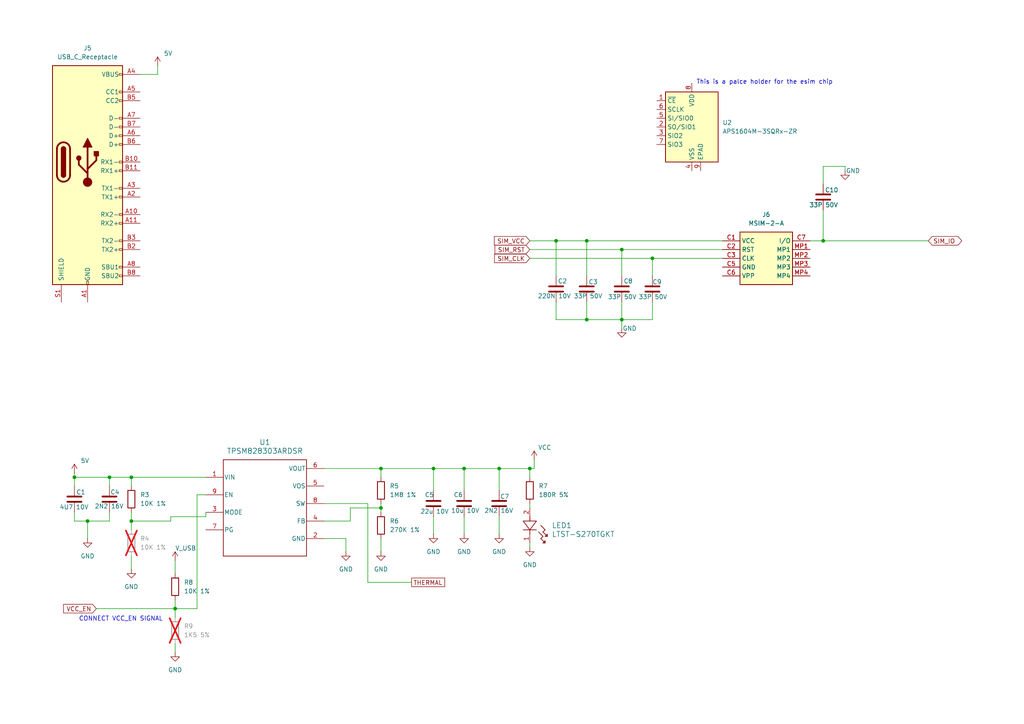
<source format=kicad_sch>
(kicad_sch (version 20250114) (generator "eeschema") (generator_version "9.0")
  (paper "A4")
  (lib_symbols
    (symbol "CAP CER X7R 0402 2N2 10% 16V_1" (pin_numbers (hide yes))
      (property "Reference" "C" (at 0 0 0))
      (property "Value" "2N2 16V" (at 0 0 0))
      (symbol "CAP CER X7R 0402 2N2 10% 16V_1_0_1"
        (polyline (pts (xy -2.032 0.762) (xy 2.032 0.762)) (stroke (width 0.508)))
        (polyline (pts (xy -2.032 -0.762) (xy 2.032 -0.762)) (stroke (width 0.508)))
      )
      (symbol "CAP CER X7R 0402 2N2 10% 16V_1_1_1"
        (pin passive line (at 0 3.81 270) (length 2.794) (name "~") (number "1"))
        (pin passive line (at 0 -3.81 90) (length 2.794) (name "~") (number "2"))
      )
    )
    (symbol "CAP CER X7R 0402 2N2 10% 16V_2" (pin_numbers (hide yes))
      (property "Reference" "C" (at 0 0 0))
      (property "Value" "2N2 16V" (at 0 0 0))
      (symbol "CAP CER X7R 0402 2N2 10% 16V_2_0_1"
        (polyline (pts (xy -2.032 0.762) (xy 2.032 0.762)) (stroke (width 0.508)))
        (polyline (pts (xy -2.032 -0.762) (xy 2.032 -0.762)) (stroke (width 0.508)))
      )
      (symbol "CAP CER X7R 0402 2N2 10% 16V_2_1_1"
        (pin passive line (at 0 3.81 270) (length 2.794) (name "~") (number "1"))
        (pin passive line (at 0 -3.81 90) (length 2.794) (name "~") (number "2"))
      )
    )
    (symbol "Capacitors_with_manufacturer_PartNumber:CAP CER  0201 33P 5% 50V" (pin_numbers (hide yes)) (pin_names (offset 0.254))
      (property "Reference" "C15" (at 3.81 1.2701 0))
      (property "Value" "33P 50V" (at 3.81 -1.2699 0))
      (symbol "CAP CER  0201 33P 5% 50V_0_1"
        (polyline (pts (xy -2.032 0.762) (xy 2.032 0.762)) (stroke (width 0.508)))
        (polyline (pts (xy -2.032 -0.762) (xy 2.032 -0.762)) (stroke (width 0.508)))
      )
      (symbol "CAP CER  0201 33P 5% 50V_1_1"
        (pin passive line (at 0 3.81 270) (length 2.794) (name "~") (number "1"))
        (pin passive line (at 0 -3.81 90) (length 2.794) (name "~") (number "2"))
      )
    )
    (symbol "Capacitors_with_manufacturer_PartNumber:CAP CER 0201 220N 20% 10V" (pin_numbers (hide yes)) (pin_names (offset 0.254))
      (property "Reference" "C15" (at 3.81 1.2701 0))
      (property "Value" "220N 10V" (at 3.81 -1.2699 0))
      (symbol "CAP CER 0201 220N 20% 10V_0_1"
        (polyline (pts (xy -2.032 0.762) (xy 2.032 0.762)) (stroke (width 0.508)))
        (polyline (pts (xy -2.032 -0.762) (xy 2.032 -0.762)) (stroke (width 0.508)))
      )
      (symbol "CAP CER 0201 220N 20% 10V_1_1"
        (pin passive line (at 0 3.81 270) (length 2.794) (name "~") (number "1"))
        (pin passive line (at 0 -3.81 90) (length 2.794) (name "~") (number "2"))
      )
    )
    (symbol "Capacitors_with_manufacturer_PartNumber:CAP CER X5R 0402 10U 20% 10V" (pin_numbers (hide yes)) (pin_names (offset 0.254))
      (property "Reference" "C15" (at 3.81 1.2701 0))
      (property "Value" "10u 10V" (at 3.81 -1.2699 0))
      (symbol "CAP CER X5R 0402 10U 20% 10V_0_1"
        (polyline (pts (xy -2.032 0.762) (xy 2.032 0.762)) (stroke (width 0.508)))
        (polyline (pts (xy -2.032 -0.762) (xy 2.032 -0.762)) (stroke (width 0.508)))
      )
      (symbol "CAP CER X5R 0402 10U 20% 10V_1_1"
        (pin passive line (at 0 3.81 270) (length 2.794) (name "~") (number "1"))
        (pin passive line (at 0 -3.81 90) (length 2.794) (name "~") (number "2"))
      )
    )
    (symbol "Capacitors_with_manufacturer_PartNumber:CAP CER X5R 0402 4U7 20% 10V" (pin_numbers (hide yes)) (pin_names (offset 0.254))
      (property "Reference" "C15" (at 3.81 1.2701 0))
      (property "Value" "4U7 10V" (at 3.81 -1.2699 0))
      (symbol "CAP CER X5R 0402 4U7 20% 10V_0_1"
        (polyline (pts (xy -2.032 0.762) (xy 2.032 0.762)) (stroke (width 0.508)))
        (polyline (pts (xy -2.032 -0.762) (xy 2.032 -0.762)) (stroke (width 0.508)))
      )
      (symbol "CAP CER X5R 0402 4U7 20% 10V_1_1"
        (pin passive line (at 0 3.81 270) (length 2.794) (name "~") (number "1"))
        (pin passive line (at 0 -3.81 90) (length 2.794) (name "~") (number "2"))
      )
    )
    (symbol "Capacitors_with_manufacturer_PartNumber:CAP CER X5R 0603 22U 20% 10V" (pin_numbers (hide yes)) (pin_names (offset 0.254))
      (property "Reference" "C2" (at 0.254 2.032 0))
      (property "Value" "22u 10V" (at -3.048 -2.032 0))
      (symbol "CAP CER X5R 0603 22U 20% 10V_0_1"
        (polyline (pts (xy -2.032 0.762) (xy 2.032 0.762)) (stroke (width 0.508)))
        (polyline (pts (xy -2.032 -0.762) (xy 2.032 -0.762)) (stroke (width 0.508)))
      )
      (symbol "CAP CER X5R 0603 22U 20% 10V_1_1"
        (pin passive line (at 0 3.81 270) (length 2.794) (name "~") (number "1"))
        (pin passive line (at 0 -3.81 90) (length 2.794) (name "~") (number "2"))
      )
    )
    (symbol "Connector:USB_C_Receptacle" (pin_names (offset 1.016))
      (property "Reference" "J" (at -10.16 29.21 0))
      (property "Value" "USB_C_Receptacle" (at 10.16 29.21 0))
      (symbol "USB_C_Receptacle_0_0"
        (rectangle (start -0.254 -35.56) (end 0.254 -34.544))
        (rectangle (start 10.16 25.654) (end 9.144 25.146))
        (rectangle (start 10.16 20.574) (end 9.144 20.066))
        (rectangle (start 10.16 18.034) (end 9.144 17.526))
        (rectangle (start 10.16 12.954) (end 9.144 12.446))
        (rectangle (start 10.16 10.414) (end 9.144 9.906))
        (rectangle (start 10.16 7.874) (end 9.144 7.366))
        (rectangle (start 10.16 5.334) (end 9.144 4.826))
        (rectangle (start 10.16 0.254) (end 9.144 -0.254))
        (rectangle (start 10.16 -2.286) (end 9.144 -2.794))
        (rectangle (start 10.16 -7.366) (end 9.144 -7.874))
        (rectangle (start 10.16 -9.906) (end 9.144 -10.414))
        (rectangle (start 10.16 -14.986) (end 9.144 -15.494))
        (rectangle (start 10.16 -17.526) (end 9.144 -18.034))
        (rectangle (start 10.16 -22.606) (end 9.144 -23.114))
        (rectangle (start 10.16 -25.146) (end 9.144 -25.654))
        (rectangle (start 10.16 -30.226) (end 9.144 -30.734))
        (rectangle (start 10.16 -32.766) (end 9.144 -33.274))
      )
      (symbol "USB_C_Receptacle_0_1"
        (rectangle (start -10.16 27.94) (end 10.16 -35.56) (stroke (width 0.254)) (fill (type background)))
        (polyline (pts (xy -8.89 -3.81) (xy -8.89 3.81)) (stroke (width 0.508)))
        (rectangle (start -7.62 -3.81) (end -6.35 3.81) (stroke (width 0.254)) (fill (type outline)))
        (arc (start -7.62 3.81) (mid -6.985 4.4423) (end -6.35 3.81) (stroke (width 0.254)))
        (arc (start -7.62 3.81) (mid -6.985 4.4423) (end -6.35 3.81) (stroke (width 0.254)) (fill (type outline)))
        (arc (start -8.89 3.81) (mid -6.985 5.7067) (end -5.08 3.81) (stroke (width 0.508)))
        (arc (start -5.08 -3.81) (mid -6.985 -5.7067) (end -8.89 -3.81) (stroke (width 0.508)))
        (arc (start -6.35 -3.81) (mid -6.985 -4.4423) (end -7.62 -3.81) (stroke (width 0.254)))
        (arc (start -6.35 -3.81) (mid -6.985 -4.4423) (end -7.62 -3.81) (stroke (width 0.254)) (fill (type outline)))
        (polyline (pts (xy -5.08 3.81) (xy -5.08 -3.81)) (stroke (width 0.508)))
      )
      (symbol "USB_C_Receptacle_1_1"
        (circle (center -2.54 1.143) (radius 0.635) (stroke (width 0.254)) (fill (type outline)))
        (polyline (pts (xy -1.27 4.318) (xy 0 6.858) (xy 1.27 4.318) (xy -1.27 4.318)) (stroke (width 0.254)) (fill (type outline)))
        (polyline (pts (xy 0 -2.032) (xy 2.54 0.508) (xy 2.54 1.778)) (stroke (width 0.508)))
        (polyline (pts (xy 0 -3.302) (xy -2.54 -0.762) (xy -2.54 0.508)) (stroke (width 0.508)))
        (polyline (pts (xy 0 -5.842) (xy 0 4.318)) (stroke (width 0.508)))
        (circle (center 0 -5.842) (radius 1.27) (fill (type outline)))
        (rectangle (start 1.905 1.778) (end 3.175 3.048) (stroke (width 0.254)) (fill (type outline)))
        (pin passive line (at -7.62 -40.64 90) (length 5.08) (name "SHIELD") (number "S1"))
        (pin passive line (at 0 -40.64 90) (length 5.08) (name "GND") (number "A1"))
        (pin passive line (at 0 -40.64 90) (length 5.08) (hide yes) (name "GND") (number "A12"))
        (pin passive line (at 0 -40.64 90) (length 5.08) (hide yes) (name "GND") (number "B1"))
        (pin passive line (at 0 -40.64 90) (length 5.08) (hide yes) (name "GND") (number "B12"))
        (pin passive line (at 15.24 25.4 180) (length 5.08) (name "VBUS") (number "A4"))
        (pin passive line (at 15.24 25.4 180) (length 5.08) (hide yes) (name "VBUS") (number "A9"))
        (pin passive line (at 15.24 25.4 180) (length 5.08) (hide yes) (name "VBUS") (number "B4"))
        (pin passive line (at 15.24 25.4 180) (length 5.08) (hide yes) (name "VBUS") (number "B9"))
        (pin bidirectional line (at 15.24 20.32 180) (length 5.08) (name "CC1") (number "A5"))
        (pin bidirectional line (at 15.24 17.78 180) (length 5.08) (name "CC2") (number "B5"))
        (pin bidirectional line (at 15.24 12.7 180) (length 5.08) (name "D-") (number "A7"))
        (pin bidirectional line (at 15.24 10.16 180) (length 5.08) (name "D-") (number "B7"))
        (pin bidirectional line (at 15.24 7.62 180) (length 5.08) (name "D+") (number "A6"))
        (pin bidirectional line (at 15.24 5.08 180) (length 5.08) (name "D+") (number "B6"))
        (pin bidirectional line (at 15.24 0 180) (length 5.08) (name "RX1-") (number "B10"))
        (pin bidirectional line (at 15.24 -2.54 180) (length 5.08) (name "RX1+") (number "B11"))
        (pin bidirectional line (at 15.24 -7.62 180) (length 5.08) (name "TX1-") (number "A3"))
        (pin bidirectional line (at 15.24 -10.16 180) (length 5.08) (name "TX1+") (number "A2"))
        (pin bidirectional line (at 15.24 -15.24 180) (length 5.08) (name "RX2-") (number "A10"))
        (pin bidirectional line (at 15.24 -17.78 180) (length 5.08) (name "RX2+") (number "A11"))
        (pin bidirectional line (at 15.24 -22.86 180) (length 5.08) (name "TX2-") (number "B3"))
        (pin bidirectional line (at 15.24 -25.4 180) (length 5.08) (name "TX2+") (number "B2"))
        (pin bidirectional line (at 15.24 -30.48 180) (length 5.08) (name "SBU1") (number "A8"))
        (pin bidirectional line (at 15.24 -33.02 180) (length 5.08) (name "SBU2") (number "B8"))
      )
    )
    (symbol "Memory_RAM:APS1604M-3SQRx-ZR"
      (property "Reference" "U" (at -6.35 11.43 0))
      (property "Value" "APS1604M-3SQRx-ZR" (at 11.684 11.43 0))
      (symbol "APS1604M-3SQRx-ZR_0_1"
        (rectangle (start -7.62 10.16) (end 7.62 -10.16) (stroke (width 0.254)) (fill (type background)))
      )
      (symbol "APS1604M-3SQRx-ZR_1_1"
        (pin input line (at -10.16 7.62 0) (length 2.54) (name "~{CE}") (number "1"))
        (pin input line (at -10.16 5.08 0) (length 2.54) (name "SCLK") (number "6"))
        (pin bidirectional line (at -10.16 2.54 0) (length 2.54) (name "SI/SIO0") (number "5"))
        (pin bidirectional line (at -10.16 0 0) (length 2.54) (name "SO/SIO1") (number "2"))
        (pin bidirectional line (at -10.16 -2.54 0) (length 2.54) (name "SIO2") (number "3"))
        (pin bidirectional line (at -10.16 -5.08 0) (length 2.54) (name "SIO3") (number "7"))
        (pin power_in line (at 0 12.7 270) (length 2.54) (name "VDD") (number "8"))
        (pin power_in line (at 0 -12.7 90) (length 2.54) (name "VSS") (number "4"))
        (pin passive line (at 2.54 -12.7 90) (length 2.54) (name "EPAD") (number "9"))
      )
    )
    (symbol "PSU_redesign:LTST-S270TGKT" (pin_names (offset 0.254))
      (property "Reference" "LED" (at 5.08 -4.445 0))
      (property "Value" "LTST-S270TGKT" (at 5.08 -7.62 0))
      (symbol "LTST-S270TGKT_1_1"
        (polyline (pts (xy 2.54 0) (xy 3.4798 0)) (stroke (width 0.2032)))
        (polyline (pts (xy 3.175 0) (xy 3.81 0)) (stroke (width 0.2032)))
        (polyline (pts (xy 3.81 1.905) (xy 3.81 -1.905)) (stroke (width 0.2032)))
        (polyline (pts (xy 3.81 -1.905) (xy 6.35 0)) (stroke (width 0.2032)))
        (polyline (pts (xy 5.08 3.175) (xy 6.35 4.445)) (stroke (width 0.2032)))
        (polyline (pts (xy 6.35 4.445) (xy 6.985 3.81)) (stroke (width 0.2032)))
        (polyline (pts (xy 6.35 0) (xy 3.81 1.905)) (stroke (width 0.2032)))
        (polyline (pts (xy 6.35 0) (xy 7.62 0)) (stroke (width 0.2032)))
        (polyline (pts (xy 6.35 -1.905) (xy 6.35 1.905)) (stroke (width 0.2032)))
        (polyline (pts (xy 6.985 3.81) (xy 8.255 5.08)) (stroke (width 0.2032)))
        (polyline (pts (xy 6.985 2.54) (xy 8.255 3.81)) (stroke (width 0.2032)))
        (polyline (pts (xy 7.62 5.08) (xy 8.255 4.445)) (stroke (width 0.2032)))
        (polyline (pts (xy 8.255 5.08) (xy 7.62 5.08)) (stroke (width 0.2032)))
        (polyline (pts (xy 8.255 4.445) (xy 8.255 5.08)) (stroke (width 0.2032)))
        (polyline (pts (xy 8.255 3.81) (xy 8.89 3.175)) (stroke (width 0.2032)))
        (polyline (pts (xy 8.89 3.175) (xy 10.16 4.445)) (stroke (width 0.2032)))
        (polyline (pts (xy 9.525 4.445) (xy 10.16 3.81)) (stroke (width 0.2032)))
        (polyline (pts (xy 10.16 4.445) (xy 9.525 4.445)) (stroke (width 0.2032)))
        (polyline (pts (xy 10.16 3.81) (xy 10.16 4.445)) (stroke (width 0.2032)))
        (pin unspecified line (at 0 0 0) (length 2.54) (name "") (number "2"))
        (pin unspecified line (at 10.16 0 180) (length 2.54) (name "") (number "1"))
      )
      (symbol "LTST-S270TGKT_1_2"
        (polyline (pts (xy -5.08 8.255) (xy -5.08 7.62)) (stroke (width 0.2032)))
        (polyline (pts (xy -5.08 7.62) (xy -4.445 8.255)) (stroke (width 0.2032)))
        (polyline (pts (xy -4.445 10.16) (xy -4.445 9.525)) (stroke (width 0.2032)))
        (polyline (pts (xy -4.445 9.525) (xy -3.81 10.16)) (stroke (width 0.2032)))
        (polyline (pts (xy -4.445 8.255) (xy -5.08 8.255)) (stroke (width 0.2032)))
        (polyline (pts (xy -4.445 6.35) (xy -3.81 6.985)) (stroke (width 0.2032)))
        (polyline (pts (xy -3.81 10.16) (xy -4.445 10.16)) (stroke (width 0.2032)))
        (polyline (pts (xy -3.81 8.255) (xy -3.175 8.89)) (stroke (width 0.2032)))
        (polyline (pts (xy -3.81 6.985) (xy -5.08 8.255)) (stroke (width 0.2032)))
        (polyline (pts (xy -3.175 8.89) (xy -4.445 10.16)) (stroke (width 0.2032)))
        (polyline (pts (xy -3.175 5.08) (xy -4.445 6.35)) (stroke (width 0.2032)))
        (polyline (pts (xy -2.54 6.985) (xy -3.81 8.255)) (stroke (width 0.2032)))
        (polyline (pts (xy -1.905 3.81) (xy 1.905 3.81)) (stroke (width 0.2032)))
        (polyline (pts (xy 0 6.35) (xy -1.905 3.81)) (stroke (width 0.2032)))
        (polyline (pts (xy 0 6.35) (xy 0 7.62)) (stroke (width 0.2032)))
        (polyline (pts (xy 0 3.175) (xy 0 3.81)) (stroke (width 0.2032)))
        (polyline (pts (xy 0 2.54) (xy 0 3.4798)) (stroke (width 0.2032)))
        (polyline (pts (xy 1.905 6.35) (xy -1.905 6.35)) (stroke (width 0.2032)))
        (polyline (pts (xy 1.905 3.81) (xy 0 6.35)) (stroke (width 0.2032)))
        (pin unspecified line (at 0 10.16 270) (length 2.54) (name "") (number "1"))
        (pin unspecified line (at 0 0 90) (length 2.54) (name "") (number "2"))
      )
    )
    (symbol "PSU_redesign:MSIM-2-A"
      (property "Reference" "J" (at 21.59 7.62 0))
      (property "Value" "MSIM-2-A" (at 21.59 5.08 0))
      (symbol "MSIM-2-A_1_1"
        (rectangle (start 5.08 2.54) (end 20.32 -12.7) (stroke (width 0.254)) (fill (type background)))
        (pin passive line (at 0 0 0) (length 5.08) (name "VCC") (number "C1"))
        (pin passive line (at 0 -2.54 0) (length 5.08) (name "RST") (number "C2"))
        (pin passive line (at 0 -5.08 0) (length 5.08) (name "CLK") (number "C3"))
        (pin passive line (at 0 -7.62 0) (length 5.08) (name "GND") (number "C5"))
        (pin passive line (at 0 -10.16 0) (length 5.08) (name "VPP") (number "C6"))
        (pin passive line (at 25.4 0 180) (length 5.08) (name "I/O") (number "C7"))
        (pin passive line (at 25.4 -2.54 180) (length 5.08) (name "MP1") (number "MP1"))
        (pin passive line (at 25.4 -5.08 180) (length 5.08) (name "MP2") (number "MP2"))
        (pin passive line (at 25.4 -7.62 180) (length 5.08) (name "MP3") (number "MP3"))
        (pin passive line (at 25.4 -10.16 180) (length 5.08) (name "MP4") (number "MP4"))
      )
    )
    (symbol "PSU_redesign:TPSM828303ARDSR" (pin_names (offset 0.254))
      (property "Reference" "U" (at 16.256 6.096 0))
      (property "Value" "TPSM828303ARDSR" (at 17.018 -21.336 0))
      (symbol "TPSM828303ARDSR_0_1"
        (polyline (pts (xy 5.08 5.08) (xy 5.08 -22.86)) (stroke (width 0.2032)))
        (polyline (pts (xy 5.08 -22.86) (xy 29.21 -22.86)) (stroke (width 0.2032)))
        (polyline (pts (xy 29.21 5.08) (xy 5.08 5.08)) (stroke (width 0.2032)))
        (polyline (pts (xy 29.21 -22.86) (xy 29.21 5.08)) (stroke (width 0.2032)))
        (pin power_in line (at 0 0 0) (length 5.08) (name "VIN") (number "1"))
        (pin input line (at 0 -5.08 0) (length 5.08) (name "EN") (number "9"))
        (pin unspecified line (at 0 -10.16 0) (length 5.08) (name "MODE") (number "3"))
        (pin open_collector line (at 0 -15.24 0) (length 5.08) (name "PG") (number "7"))
        (pin power_in line (at 34.29 2.54 180) (length 5.08) (name "VOUT") (number "6"))
        (pin unspecified line (at 34.29 -2.54 180) (length 5.08) (name "VOS") (number "5"))
        (pin unspecified line (at 34.29 -7.62 180) (length 5.08) (name "SW") (number "8"))
        (pin unspecified line (at 34.29 -12.7 180) (length 5.08) (name "FB") (number "4"))
        (pin power_in line (at 34.29 -17.78 180) (length 5.08) (name "GND") (number "2"))
      )
    )
    (symbol "Resistors_with_manufacturer_PartNumber:10K_0402_1%" (pin_numbers (hide yes)) (pin_names (offset 0))
      (property "Reference" "R103" (at 0 0.254 90))
      (property "Value" "10K 1%" (at -2.286 0.254 90))
      (symbol "10K_0402_1%_0_1"
        (rectangle (start -1.016 -2.54) (end 1.016 2.54) (stroke (width 0.254)))
      )
      (symbol "10K_0402_1%_1_1"
        (pin passive line (at 0 3.81 270) (length 1.27) (name "~") (number "1"))
        (pin passive line (at 0 -3.81 90) (length 1.27) (name "~") (number "2"))
      )
    )
    (symbol "Resistors_with_manufacturer_PartNumber:180R_0402_5%" (pin_numbers (hide yes)) (pin_names (offset 0))
      (property "Reference" "R109" (at 0 0.254 90))
      (property "Value" "180R 5%" (at -2.286 0.254 90))
      (symbol "180R_0402_5%_0_1"
        (rectangle (start -1.016 -2.54) (end 1.016 2.54) (stroke (width 0.254)))
      )
      (symbol "180R_0402_5%_1_1"
        (pin passive line (at 0 3.81 270) (length 1.27) (name "~") (number "1"))
        (pin passive line (at 0 -3.81 90) (length 1.27) (name "~") (number "2"))
      )
    )
    (symbol "Resistors_with_manufacturer_PartNumber:1K5_0402_5%" (pin_numbers (hide yes)) (pin_names (offset 0))
      (property "Reference" "R109" (at 0 0.254 90))
      (property "Value" "1K5 5%" (at -2.286 0.254 90))
      (symbol "1K5_0402_5%_0_1"
        (rectangle (start -1.016 -2.54) (end 1.016 2.54) (stroke (width 0.254)))
      )
      (symbol "1K5_0402_5%_1_1"
        (pin passive line (at 0 3.81 270) (length 1.27) (name "~") (number "1"))
        (pin passive line (at 0 -3.81 90) (length 1.27) (name "~") (number "2"))
      )
    )
    (symbol "Resistors_with_manufacturer_PartNumber:1M8_0402_1%" (pin_numbers (hide yes)) (pin_names (offset 0))
      (property "Reference" "R109" (at 0 0.254 90))
      (property "Value" "1M8 1%" (at -2.286 0.254 90))
      (symbol "1M8_0402_1%_0_1"
        (rectangle (start -1.016 -2.54) (end 1.016 2.54) (stroke (width 0.254)))
      )
      (symbol "1M8_0402_1%_1_1"
        (pin passive line (at 0 3.81 270) (length 1.27) (name "~") (number "1"))
        (pin passive line (at 0 -3.81 90) (length 1.27) (name "~") (number "2"))
      )
    )
    (symbol "Resistors_with_manufacturer_PartNumber:270K_0402_1%" (pin_numbers (hide yes)) (pin_names (offset 0))
      (property "Reference" "R109" (at 0 0.254 90))
      (property "Value" "270K 1%" (at -2.286 0.254 90))
      (symbol "270K_0402_1%_0_1"
        (rectangle (start -1.016 -2.54) (end 1.016 2.54) (stroke (width 0.254)))
      )
      (symbol "270K_0402_1%_1_1"
        (pin passive line (at 0 3.81 270) (length 1.27) (name "~") (number "1"))
        (pin passive line (at 0 -3.81 90) (length 1.27) (name "~") (number "2"))
      )
    )
    (symbol "power:GND" (power) (pin_numbers (hide yes)) (pin_names (offset 0) (hide yes))
      (property "Value" "GND" (at 0 -3.81 0))
      (symbol "GND_0_1"
        (polyline (pts (xy 0 0) (xy 0 -1.27) (xy 1.27 -1.27) (xy 0 -2.54) (xy -1.27 -1.27) (xy 0 -1.27)))
      )
      (symbol "GND_1_1"
        (pin power_in line (at 0 0 270) (length 0) (name "~") (number "1"))
      )
    )
    (symbol "power:VCC" (power) (pin_numbers (hide yes)) (pin_names (offset 0) (hide yes))
      (property "Value" "VCC" (at 0 3.556 0))
      (symbol "VCC_0_1"
        (polyline (pts (xy -0.762 1.27) (xy 0 2.54)))
        (polyline (pts (xy 0 2.54) (xy 0.762 1.27)))
        (polyline (pts (xy 0 0) (xy 0 2.54)))
      )
      (symbol "VCC_1_1"
        (pin power_in line (at 0 0 90) (length 0) (name "~") (number "1"))
      )
    )
  )
  (text "CONNECT VCC_EN SIGNAL" (at 35.052 179.578 0) (effects (font (size 1.27 1.27))))
  (text "This is a palce holder for the esim chip " (at 222.25 23.876 0) (effects (font (size 1.27 1.27))))
  (junction (at 134.62 135.89))
  (junction (at 161.29 69.85))
  (junction (at 153.67 135.89))
  (junction (at 25.4 151.13))
  (junction (at 125.73 135.89))
  (junction (at 170.18 92.71))
  (junction (at 38.1 151.13))
  (junction (at 110.49 135.89))
  (junction (at 238.76 69.85))
  (junction (at 110.49 147.32))
  (junction (at 170.18 69.85))
  (junction (at 38.1 138.43))
  (junction (at 50.8 176.53))
  (junction (at 21.59 138.43))
  (junction (at 180.34 92.71))
  (junction (at 144.78 135.89))
  (junction (at 31.75 138.43))
  (junction (at 189.23 74.93))
  (junction (at 180.34 72.39))
  (wire (pts (xy 110.49 135.89) (xy 125.73 135.89)))
  (wire (pts (xy 38.1 138.43) (xy 59.69 138.43)))
  (wire (pts (xy 31.75 138.43) (xy 38.1 138.43)))
  (wire (pts (xy 144.78 135.89) (xy 144.78 142.24)))
  (wire (pts (xy 110.49 147.32) (xy 110.49 148.59)))
  (wire (pts (xy 234.95 69.85) (xy 238.76 69.85)))
  (wire (pts (xy 189.23 74.93) (xy 189.23 80.01)))
  (wire (pts (xy 180.34 92.71) (xy 180.34 95.25)))
  (wire (pts (xy 106.68 168.91) (xy 119.38 168.91)))
  (wire (pts (xy 189.23 74.93) (xy 209.55 74.93)))
  (wire (pts (xy 38.1 138.43) (xy 38.1 140.97)))
  (wire (pts (xy 21.59 148.59) (xy 21.59 151.13)))
  (wire (pts (xy 180.34 72.39) (xy 180.34 80.01)))
  (wire (pts (xy 110.49 156.21) (xy 110.49 160.02)))
  (wire (pts (xy 154.94 133.35) (xy 154.94 135.89)))
  (wire (pts (xy 21.59 137.16) (xy 21.59 138.43)))
  (wire (pts (xy 93.98 156.21) (xy 100.33 156.21)))
  (wire (pts (xy 50.8 173.99) (xy 50.8 176.53)))
  (wire (pts (xy 238.76 48.26) (xy 245.11 48.26)))
  (wire (pts (xy 170.18 69.85) (xy 209.55 69.85)))
  (wire (pts (xy 57.15 176.53) (xy 57.15 143.51)))
  (wire (pts (xy 125.73 149.86) (xy 125.73 154.94)))
  (wire (pts (xy 134.62 149.86) (xy 134.62 154.94)))
  (wire (pts (xy 153.67 72.39) (xy 180.34 72.39)))
  (wire (pts (xy 189.23 87.63) (xy 189.23 92.71)))
  (wire (pts (xy 25.4 151.13) (xy 31.75 151.13)))
  (wire (pts (xy 153.67 135.89) (xy 153.67 138.43)))
  (wire (pts (xy 153.67 146.05) (xy 153.67 147.32)))
  (wire (pts (xy 161.29 69.85) (xy 170.18 69.85)))
  (wire (pts (xy 21.59 151.13) (xy 25.4 151.13)))
  (wire (pts (xy 170.18 92.71) (xy 161.29 92.71)))
  (wire (pts (xy 189.23 92.71) (xy 180.34 92.71)))
  (wire (pts (xy 106.68 146.05) (xy 106.68 168.91)))
  (wire (pts (xy 180.34 72.39) (xy 209.55 72.39)))
  (wire (pts (xy 25.4 151.13) (xy 25.4 156.21)))
  (wire (pts (xy 144.78 135.89) (xy 153.67 135.89)))
  (wire (pts (xy 21.59 138.43) (xy 31.75 138.43)))
  (wire (pts (xy 110.49 135.89) (xy 110.49 138.43)))
  (wire (pts (xy 50.8 186.69) (xy 50.8 189.23)))
  (wire (pts (xy 153.67 135.89) (xy 154.94 135.89)))
  (wire (pts (xy 31.75 138.43) (xy 31.75 140.97)))
  (wire (pts (xy 50.8 176.53) (xy 50.8 179.07)))
  (wire (pts (xy 21.59 138.43) (xy 21.59 140.97)))
  (wire (pts (xy 45.72 21.59) (xy 40.64 21.59)))
  (wire (pts (xy 238.76 60.96) (xy 238.76 69.85)))
  (wire (pts (xy 238.76 69.85) (xy 269.24 69.85)))
  (wire (pts (xy 238.76 53.34) (xy 238.76 48.26)))
  (wire (pts (xy 134.62 135.89) (xy 144.78 135.89)))
  (wire (pts (xy 161.29 92.71) (xy 161.29 87.63)))
  (wire (pts (xy 125.73 135.89) (xy 125.73 142.24)))
  (wire (pts (xy 93.98 151.13) (xy 101.6 151.13)))
  (wire (pts (xy 144.78 149.86) (xy 144.78 154.94)))
  (wire (pts (xy 45.72 21.59) (xy 45.72 19.05)))
  (wire (pts (xy 59.69 149.86) (xy 49.53 149.86)))
  (wire (pts (xy 49.53 149.86) (xy 49.53 151.13)))
  (wire (pts (xy 50.8 162.56) (xy 50.8 166.37)))
  (wire (pts (xy 180.34 87.63) (xy 180.34 92.71)))
  (wire (pts (xy 110.49 146.05) (xy 110.49 147.32)))
  (wire (pts (xy 38.1 151.13) (xy 49.53 151.13)))
  (wire (pts (xy 101.6 147.32) (xy 110.49 147.32)))
  (wire (pts (xy 59.69 149.86) (xy 59.69 148.59)))
  (wire (pts (xy 38.1 151.13) (xy 38.1 153.67)))
  (wire (pts (xy 93.98 135.89) (xy 110.49 135.89)))
  (wire (pts (xy 170.18 87.63) (xy 170.18 92.71)))
  (wire (pts (xy 50.8 176.53) (xy 57.15 176.53)))
  (wire (pts (xy 245.11 48.26) (xy 245.11 49.53)))
  (wire (pts (xy 153.67 69.85) (xy 161.29 69.85)))
  (wire (pts (xy 93.98 146.05) (xy 106.68 146.05)))
  (wire (pts (xy 180.34 92.71) (xy 170.18 92.71)))
  (wire (pts (xy 170.18 69.85) (xy 170.18 80.01)))
  (wire (pts (xy 57.15 143.51) (xy 59.69 143.51)))
  (wire (pts (xy 153.67 157.48) (xy 153.67 158.75)))
  (wire (pts (xy 31.75 148.59) (xy 31.75 151.13)))
  (wire (pts (xy 38.1 148.59) (xy 38.1 151.13)))
  (wire (pts (xy 161.29 69.85) (xy 161.29 80.01)))
  (wire (pts (xy 27.94 176.53) (xy 50.8 176.53)))
  (wire (pts (xy 38.1 161.29) (xy 38.1 165.1)))
  (wire (pts (xy 134.62 142.24) (xy 134.62 135.89)))
  (wire (pts (xy 153.67 74.93) (xy 189.23 74.93)))
  (wire (pts (xy 125.73 135.89) (xy 134.62 135.89)))
  (wire (pts (xy 101.6 151.13) (xy 101.6 147.32)))
  (wire (pts (xy 100.33 156.21) (xy 100.33 160.02)))
  (global_label "THERMAL" (shape passive) (at 119.38 168.91 0) (property "Intersheetrefs" "${INTERSHEET_REFS}" (effects (hide yes))))
  (global_label "SIM_CLK" (shape input) (at 153.67 74.93 180) (property "Intersheetrefs" "${INTERSHEET_REFS}" (effects (hide yes))))
  (global_label "VCC_EN" (shape input) (at 27.94 176.53 180) (property "Intersheetrefs" "${INTERSHEET_REFS}" (effects (hide yes))))
  (global_label "SIM_RST" (shape input) (at 153.67 72.39 180) (property "Intersheetrefs" "${INTERSHEET_REFS}" (effects (hide yes))))
  (global_label "SIM_IO" (shape bidirectional) (at 269.24 69.85 0) (property "Intersheetrefs" "${INTERSHEET_REFS}" (effects (hide yes))))
  (global_label "SIM_VCC" (shape input) (at 153.67 69.85 180) (property "Intersheetrefs" "${INTERSHEET_REFS}" (effects (hide yes))))
  (symbol (lib_id "Resistors_with_manufacturer_PartNumber:1K5_0402_5%") (at 50.8 182.88 0) (unit 1) (dnp yes)
    (property "Reference" "R9" (at 53.34 181.6099 0) (effects (justify left)))
    (property "Value" "1K5 5%" (at 53.34 184.1499 0) (effects (justify left)))
    (property "Footprint" "Resistor_SMD:R_0402_1005Metric" (effects (hide yes)))
    (property "Description" "RES THICK FILM CHIP 0402 1K5 5% 0.1W ROHS" (effects (hide yes)))
    (property "Manufacturer_Name" "YAGEO" (effects (hide yes)))
    (property "Manufacturer_Part_Number" "AC0402JR-7W1K5L" (effects (hide yes)))
  )
  (symbol (lib_id "PSU_redesign:TPSM828303ARDSR") (at 59.69 138.43 0) (unit 1)
    (property "Reference" "U1" (at 76.835 128.27 0) (effects (font (size 1.524 1.524))))
    (property "Value" "TPSM828303ARDSR" (at 76.835 130.81 0) (effects (font (size 1.524 1.524))))
    (property "Footprint" "RDS0009A-MFG" (effects (hide yes)))
    (property "Datasheet" "https://www.ti.com/lit/gpn/tpsm828303" (effects (hide yes)))
  )
  (symbol (lib_id "power:GND") (at 100.33 160.02 0) (unit 1)
    (property "Reference" "#PWR03" (effects (hide yes)))
    (property "Value" "GND" (at 100.33 165.1 0))
    (property "Description" "Power symbol creates a global label with name \"GND\" , ground" (effects (hide yes)))
  )
  (symbol (lib_id "power:GND") (at 25.4 156.21 0) (unit 1)
    (property "Reference" "#PWR02" (effects (hide yes)))
    (property "Value" "GND" (at 25.4 161.29 0))
    (property "Description" "Power symbol creates a global label with name \"GND\" , ground" (effects (hide yes)))
  )
  (symbol (lib_id "Capacitors_with_manufacturer_PartNumber:CAP CER  0201 33P 5% 50V") (at 189.23 83.82 0) (unit 1)
    (property "Reference" "C9" (at 189.23 81.788 0) (effects (justify left)))
    (property "Value" "33P 50V" (at 185.166 86.106 0) (effects (justify left)))
    (property "Footprint" "Capacitor_SMD:C_0201_0603Metric" (effects (hide yes)))
    (property "Description" "CAP CER COG 0201 33P 5% 50V ROHS" (effects (hide yes)))
    (property "Manufacturer_Name" "Murata" (effects (hide yes)))
    (property "Manufacturer_Part_Number" "GRM0335C1H330JA01" (effects (hide yes)))
  )
  (symbol (lib_id "power:GND") (at 144.78 154.94 0) (unit 1)
    (property "Reference" "#PWR08" (effects (hide yes)))
    (property "Value" "GND" (at 144.78 160.02 0))
    (property "Description" "Power symbol creates a global label with name \"GND\" , ground" (effects (hide yes)))
  )
  (symbol (lib_id "PSU_redesign:LTST-S270TGKT") (at 153.67 147.32 270) (unit 1)
    (property "Reference" "LED1" (at 160.02 152.3999 90) (effects (font (size 1.524 1.524)) (justify left)))
    (property "Value" "LTST-S270TGKT" (at 160.02 154.9399 90) (effects (font (size 1.524 1.524)) (justify left)))
    (property "Footprint" "footprints:LED_LTST-S270TGKT_LTO-L" (effects (hide yes)))
    (property "Datasheet" "LTST-S270TGKT" (effects (hide yes)))
    (property "Description" "LED SMD ULTRA BRIGHT GREEN SIDE VIEW 0604 PACKAGE GREEN 0.02A" (effects (hide yes)))
    (property "Manufacturer_Name" "Lite-on Technology Corporation" (effects (hide yes)))
    (property "Manufacturer_Part_Number" "LTST-S270TGKT" (effects (hide yes)))
  )
  (symbol (lib_id "power:GND") (at 38.1 165.1 0) (unit 1)
    (property "Reference" "#PWR01" (effects (hide yes)))
    (property "Value" "GND" (at 38.1 170.18 0))
    (property "Description" "Power symbol creates a global label with name \"GND\" , ground" (effects (hide yes)))
  )
  (symbol (lib_name "CAP CER X7R 0402 2N2 10% 16V_1") (lib_id "Capacitors_with_manufacturer_PartNumber:CAP CER X7R 0402 2N2 10% 16V") (at 31.75 144.78 0) (unit 1)
    (property "Reference" "C4" (at 32.004 142.748 0) (effects (justify left)))
    (property "Value" "2N2 16V" (at 27.432 146.812 0) (effects (justify left)))
    (property "Footprint" "Capacitor_SMD:C_0402_1005Metric" (effects (hide yes)))
    (property "Description" "CAP CER X7R 0402 2N2 10% 16V ROHS" (effects (hide yes)))
  )
  (symbol (lib_id "Resistors_with_manufacturer_PartNumber:10K_0402_1%") (at 50.8 170.18 0) (unit 1)
    (property "Reference" "R8" (at 53.34 168.9099 0) (effects (justify left)))
    (property "Value" "10K 1%" (at 53.34 171.4499 0) (effects (justify left)))
    (property "Footprint" "Resistor_SMD:R_0402_1005Metric" (effects (hide yes)))
    (property "Description" "RES THICK FILM CHIP 0402 10K 1% 0.063W" (effects (hide yes)))
    (property "Manufacturer_Name" "KOA" (effects (hide yes)))
    (property "Manufacturer_Part_Number" "RK73H1ETTP1002F" (effects (hide yes)))
  )
  (symbol (lib_id "power:VCC") (at 50.8 162.56 0) (unit 1)
    (property "Reference" "#PWR010" (effects (hide yes)))
    (property "Value" "V_USB" (at 53.848 159.004 0))
    (property "Description" "Power symbol creates a global label with name \"VCC\"" (effects (hide yes)))
  )
  (symbol (lib_id "power:GND") (at 125.73 154.94 0) (unit 1)
    (property "Reference" "#PWR06" (effects (hide yes)))
    (property "Value" "GND" (at 125.73 160.02 0))
    (property "Description" "Power symbol creates a global label with name \"GND\" , ground" (effects (hide yes)))
  )
  (symbol (lib_id "power:GND") (at 153.67 158.75 0) (unit 1)
    (property "Reference" "#PWR09" (effects (hide yes)))
    (property "Value" "GND" (at 153.67 163.83 0))
    (property "Description" "Power symbol creates a global label with name \"GND\" , ground" (effects (hide yes)))
  )
  (symbol (lib_name "CAP CER X7R 0402 2N2 10% 16V_2") (lib_id "Capacitors_with_manufacturer_PartNumber:CAP CER X7R 0402 2N2 10% 16V") (at 144.78 146.05 0) (unit 1)
    (property "Reference" "C7" (at 145.034 144.018 0) (effects (justify left)))
    (property "Value" "2N2 16V" (at 140.462 148.082 0) (effects (justify left)))
    (property "Footprint" "Capacitor_SMD:C_0402_1005Metric" (effects (hide yes)))
    (property "Description" "CAP CER X7R 0402 2N2 10% 16V ROHS" (effects (hide yes)))
  )
  (symbol (lib_id "Capacitors_with_manufacturer_PartNumber:CAP CER X5R 0603 22U 20% 10V") (at 125.73 146.05 0) (unit 1)
    (property "Reference" "C5" (at 123.19 143.51 0) (effects (justify left)))
    (property "Value" "22u 10V" (at 121.92 148.336 0) (effects (justify left)))
    (property "Footprint" "Capacitor_SMD:C_0603_1608Metric" (effects (hide yes)))
    (property "Description" "CAP CER X5R 0603 22U 20% 10V ROHS" (effects (hide yes)))
    (property "Manufacturer_Name" "Murata" (effects (hide yes)))
    (property "Manufacturer_Part_Number" "GRM188R61A226ME15D" (effects (hide yes)))
  )
  (symbol (lib_id "Connector:USB_C_Receptacle") (at 25.4 46.99 0) (unit 1)
    (property "Reference" "J5" (at 25.4 13.97 0))
    (property "Value" "USB_C_Receptacle" (at 25.4 16.51 0))
    (property "Footprint" "Connector_USB:USB_C_Receptacle_Amphenol_12401610E4-2A" (effects (hide yes)))
    (property "Datasheet" "https://www.usb.org/sites/default/files/documents/usb_type-c.zip" (effects (hide yes)))
    (property "Description" "USB Full-Featured Type-C Receptacle connector" (effects (hide yes)))
  )
  (symbol (lib_id "power:GND") (at 50.8 189.23 0) (unit 1)
    (property "Reference" "#PWR011" (effects (hide yes)))
    (property "Value" "GND" (at 50.8 194.31 0))
    (property "Description" "Power symbol creates a global label with name \"GND\" , ground" (effects (hide yes)))
  )
  (symbol (lib_id "Resistors_with_manufacturer_PartNumber:270K_0402_1%") (at 110.49 152.4 0) (unit 1)
    (property "Reference" "R6" (at 113.03 151.1299 0) (effects (justify left)))
    (property "Value" "270K 1%" (at 113.03 153.6699 0) (effects (justify left)))
    (property "Footprint" "Resistor_SMD:R_0402_1005Metric" (effects (hide yes)))
    (property "Description" "RES THICK FILM CHIP 0402 270K 1% 0.1W ROHS" (effects (hide yes)))
    (property "Manufacturer_Name" "Vishay" (effects (hide yes)))
    (property "Manufacturer_Part_Number" "CRCW0402270KFKED" (effects (hide yes)))
  )
  (symbol (lib_id "power:VCC") (at 21.59 137.16 0) (unit 1)
    (property "Reference" "#PWR081" (effects (hide yes)))
    (property "Value" "5V" (at 24.638 133.604 0))
    (property "Description" "Power symbol creates a global label with name \"VCC\"" (effects (hide yes)))
  )
  (symbol (lib_id "PSU_redesign:MSIM-2-A") (at 209.55 69.85 0) (unit 1)
    (property "Reference" "J6" (at 222.25 62.23 0))
    (property "Value" "MSIM-2-A" (at 222.25 64.77 0))
    (property "Footprint" "MSIM2A" (effects (hide yes)))
    (property "Datasheet" "https://www.sameskydevices.com/product/resource/msim-2-a.pdf" (effects (hide yes)))
    (property "Description" "Micro SIM Card Connector, 6 Positions, Connector and Ejector, Push In, Auto Eject Out, Surface Mount, 1.37 mm Height Above Board, Gold Flash" (effects (hide yes)))
    (property "Height" "1.57" (effects (hide yes)))
    (property "Mouser Part Number" "179-MSIM-2-A" (effects (hide yes)))
    (property "Mouser Price/Stock" "https://www.mouser.co.uk/ProductDetail/Same-Sky/MSIM-2-A?qs=Z%252BL2brAPG1IPjQYN%252BVVM7w%3D%3D" (effects (hide yes)))
    (property "Manufacturer_Name" "Same Sky" (effects (hide yes)))
    (property "Manufacturer_Part_Number" "MSIM-2-A" (effects (hide yes)))
  )
  (symbol (lib_id "Resistors_with_manufacturer_PartNumber:10K_0402_1%") (at 38.1 157.48 0) (unit 1) (dnp yes)
    (property "Reference" "R4" (at 40.64 156.2099 0) (effects (justify left)))
    (property "Value" "10K 1%" (at 40.64 158.7499 0) (effects (justify left)))
    (property "Footprint" "Resistor_SMD:R_0402_1005Metric" (effects (hide yes)))
    (property "Description" "RES THICK FILM CHIP 0402 10K 1% 0.063W" (effects (hide yes)))
    (property "Manufacturer_Name" "KOA" (effects (hide yes)))
    (property "Manufacturer_Part_Number" "RK73H1ETTP1002F" (effects (hide yes)))
  )
  (symbol (lib_id "Capacitors_with_manufacturer_PartNumber:CAP CER 0201 220N 20% 10V") (at 161.29 83.82 0) (unit 1)
    (property "Reference" "C2" (at 161.798 81.534 0) (effects (justify left)))
    (property "Value" "220N 10V" (at 155.956 85.852 0) (effects (justify left)))
    (property "Footprint" "Capacitor_SMD:C_0201_0603Metric" (effects (hide yes)))
    (property "Description" "CAP CER X5R 0201 220N 20% 10V ROHS" (effects (hide yes)))
    (property "Manufacturer_Name" "Murata" (effects (hide yes)))
    (property "Manufacturer_Part_Number" "GRM033R61A224ME90" (effects (hide yes)))
  )
  (symbol (lib_id "power:GND") (at 134.62 154.94 0) (unit 1)
    (property "Reference" "#PWR07" (effects (hide yes)))
    (property "Value" "GND" (at 134.62 160.02 0))
    (property "Description" "Power symbol creates a global label with name \"GND\" , ground" (effects (hide yes)))
  )
  (symbol (lib_id "Resistors_with_manufacturer_PartNumber:180R_0402_5%") (at 153.67 142.24 0) (unit 1)
    (property "Reference" "R7" (at 156.21 140.9699 0) (effects (justify left)))
    (property "Value" "180R 5%" (at 156.21 143.5099 0) (effects (justify left)))
    (property "Footprint" "Resistor_SMD:R_0402_1005Metric" (effects (hide yes)))
    (property "Description" "RES THICK FILM CHIP 0402 0.063W" (effects (hide yes)))
    (property "Manufacturer_Name" "KOA" (effects (hide yes)))
    (property "Manufacturer_Part_Number" "RK73H1ETTP1800F" (effects (hide yes)))
  )
  (symbol (lib_id "power:GND") (at 245.11 49.53 0) (unit 1)
    (property "Reference" "#PWR013" (effects (hide yes)))
    (property "Value" "GND" (at 247.396 49.53 0))
    (property "Description" "Power symbol creates a global label with name \"GND\" , ground" (effects (hide yes)))
  )
  (symbol (lib_id "power:GND") (at 110.49 160.02 0) (unit 1)
    (property "Reference" "#PWR04" (effects (hide yes)))
    (property "Value" "GND" (at 110.49 165.1 0))
    (property "Description" "Power symbol creates a global label with name \"GND\" , ground" (effects (hide yes)))
  )
  (symbol (lib_id "power:GND") (at 180.34 95.25 0) (unit 1)
    (property "Reference" "#PWR014" (effects (hide yes)))
    (property "Value" "GND" (at 182.626 95.25 0))
    (property "Description" "Power symbol creates a global label with name \"GND\" , ground" (effects (hide yes)))
  )
  (symbol (lib_id "Memory_RAM:APS1604M-3SQRx-ZR") (at 200.66 36.83 0) (unit 1)
    (property "Reference" "U2" (at 209.55 35.5599 0) (effects (justify left)))
    (property "Value" "APS1604M-3SQRx-ZR" (at 209.55 38.0999 0) (effects (justify left)))
    (property "Footprint" "Package_SON:Winbond_USON-8-1EP_3x2mm_P0.5mm_EP0.2x1.6mm" (effects (hide yes)))
    (property "Datasheet" "https://www.mouser.com/datasheet/2/1127/APM_PSRAM_QSPI_APS1604M_3SQR_v2_7_PKG-1954896.pdf" (effects (hide yes)))
    (property "Description" "16 Mbit / 2M x 8-bits serial pseudo SRAM MEMORY, up to 133MHz, 2.7-3.6V supply, USON-8 (XSON-8)" (effects (hide yes)))
  )
  (symbol (lib_id "Capacitors_with_manufacturer_PartNumber:CAP CER  0201 33P 5% 50V") (at 180.34 83.82 0) (unit 1)
    (property "Reference" "C8" (at 180.848 81.534 0) (effects (justify left)))
    (property "Value" "33P 50V" (at 176.276 86.106 0) (effects (justify left)))
    (property "Footprint" "Capacitor_SMD:C_0201_0603Metric" (effects (hide yes)))
    (property "Description" "CAP CER COG 0201 33P 5% 50V ROHS" (effects (hide yes)))
    (property "Manufacturer_Name" "Murata" (effects (hide yes)))
    (property "Manufacturer_Part_Number" "GRM0335C1H330JA01" (effects (hide yes)))
  )
  (symbol (lib_id "power:VCC") (at 45.72 19.05 0) (unit 1)
    (property "Reference" "#PWR012" (effects (hide yes)))
    (property "Value" "5V" (at 48.768 15.494 0))
    (property "Description" "Power symbol creates a global label with name \"VCC\"" (effects (hide yes)))
  )
  (symbol (lib_id "Capacitors_with_manufacturer_PartNumber:CAP CER  0201 33P 5% 50V") (at 238.76 57.15 0) (unit 1)
    (property "Reference" "C10" (at 239.268 55.118 0) (effects (justify left)))
    (property "Value" "33P 50V" (at 234.696 59.436 0) (effects (justify left)))
    (property "Footprint" "Capacitor_SMD:C_0201_0603Metric" (effects (hide yes)))
    (property "Description" "CAP CER COG 0201 33P 5% 50V ROHS" (effects (hide yes)))
    (property "Manufacturer_Name" "Murata" (effects (hide yes)))
    (property "Manufacturer_Part_Number" "GRM0335C1H330JA01" (effects (hide yes)))
  )
  (symbol (lib_id "power:VCC") (at 154.94 133.35 0) (unit 1)
    (property "Reference" "#PWR05" (effects (hide yes)))
    (property "Value" "VCC" (at 157.988 129.794 0))
    (property "Description" "Power symbol creates a global label with name \"VCC\"" (effects (hide yes)))
  )
  (symbol (lib_id "Capacitors_with_manufacturer_PartNumber:CAP CER X5R 0402 4U7 20% 10V") (at 21.59 144.78 0) (unit 1)
    (property "Reference" "C1" (at 22.098 142.748 0) (effects (justify left)))
    (property "Value" "4U7 10V" (at 17.272 147.066 0) (effects (justify left)))
    (property "Footprint" "Capacitor_SMD:C_0402_1005Metric" (effects (hide yes)))
    (property "Description" "CAP CER X5R 0402 4U7 20% 10V -40/+85C GREEN" (effects (hide yes)))
    (property "Manufacturer_Name" "Murata" (effects (hide yes)))
    (property "Manufacturer_Part_Number" "GRM155R61A475MEAA" (effects (hide yes)))
  )
  (symbol (lib_id "Capacitors_with_manufacturer_PartNumber:CAP CER X5R 0402 10U 20% 10V") (at 134.62 146.05 0) (unit 1)
    (property "Reference" "C6" (at 131.572 143.51 0) (effects (justify left)))
    (property "Value" "10u 10V" (at 130.81 148.082 0) (effects (justify left)))
    (property "Footprint" "Capacitor_SMD:C_0402_1005Metric" (effects (hide yes)))
    (property "Description" "CAP CER X5R 0402 10U 20% 10V ROHS" (effects (hide yes)))
    (property "Manufacturer_Name" "Murata" (effects (hide yes)))
    (property "Manufacturer_Part_Number" "GRM155R61A106ME11" (effects (hide yes)))
  )
  (symbol (lib_id "Capacitors_with_manufacturer_PartNumber:CAP CER  0201 33P 5% 50V") (at 170.18 83.82 0) (unit 1)
    (property "Reference" "C3" (at 170.688 81.788 0) (effects (justify left)))
    (property "Value" "33P 50V" (at 166.37 85.852 0) (effects (justify left)))
    (property "Footprint" "Capacitor_SMD:C_0201_0603Metric" (effects (hide yes)))
    (property "Description" "CAP CER COG 0201 33P 5% 50V ROHS" (effects (hide yes)))
    (property "Manufacturer_Name" "Murata" (effects (hide yes)))
    (property "Manufacturer_Part_Number" "GRM0335C1H330JA01" (effects (hide yes)))
  )
  (symbol (lib_id "Resistors_with_manufacturer_PartNumber:10K_0402_1%") (at 38.1 144.78 0) (unit 1)
    (property "Reference" "R3" (at 40.64 143.5099 0) (effects (justify left)))
    (property "Value" "10K 1%" (at 40.64 146.0499 0) (effects (justify left)))
    (property "Footprint" "Resistor_SMD:R_0402_1005Metric" (effects (hide yes)))
    (property "Description" "RES THICK FILM CHIP 0402 10K 1% 0.063W" (effects (hide yes)))
    (property "Manufacturer_Name" "KOA" (effects (hide yes)))
    (property "Manufacturer_Part_Number" "RK73H1ETTP1002F" (effects (hide yes)))
  )
  (symbol (lib_id "Resistors_with_manufacturer_PartNumber:1M8_0402_1%") (at 110.49 142.24 0) (unit 1)
    (property "Reference" "R5" (at 113.03 140.9699 0) (effects (justify left)))
    (property "Value" "1M8 1%" (at 113.03 143.5099 0) (effects (justify left)))
    (property "Footprint" "Resistor_SMD:R_0402_1005Metric" (effects (hide yes)))
    (property "Description" "RES THICK FILM CHIP 0402 1M8 1% 0.1W ROHS" (effects (hide yes)))
    (property "Manufacturer_Name" "Vishay" (effects (hide yes)))
    (property "Manufacturer_Part_Number" "CRCW04021M80FKEDC" (effects (hide yes)))
  )
)
</source>
